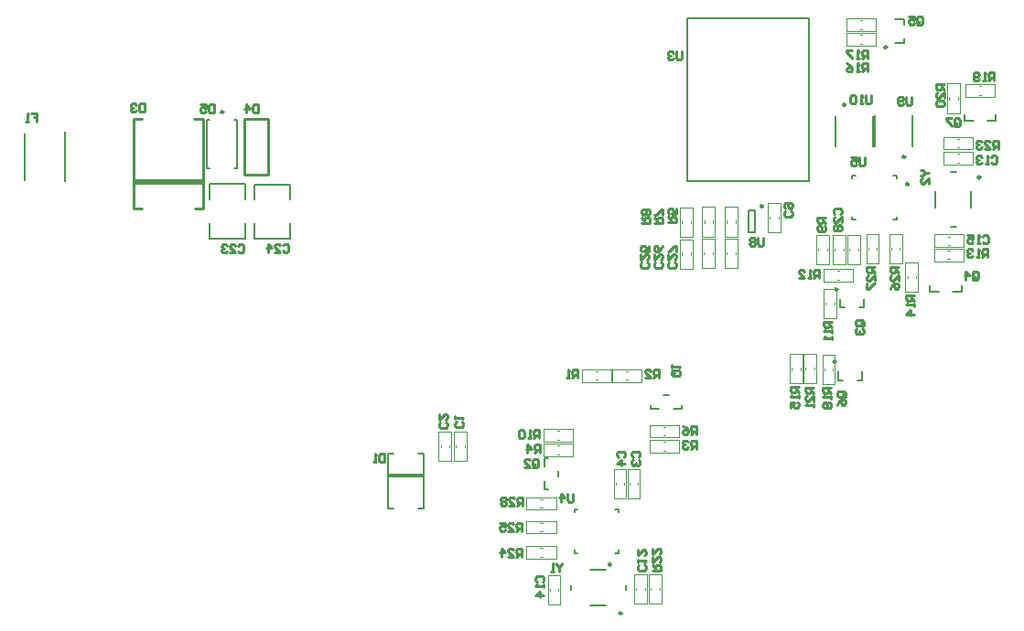
<source format=gbo>
G04*
G04 #@! TF.GenerationSoftware,Altium Limited,Altium Designer,20.2.6 (244)*
G04*
G04 Layer_Color=32896*
%FSLAX24Y24*%
%MOIN*%
G70*
G04*
G04 #@! TF.SameCoordinates,01985295-A94F-4E40-9557-9D24556334AB*
G04*
G04*
G04 #@! TF.FilePolarity,Positive*
G04*
G01*
G75*
%ADD10C,0.0050*%
%ADD11C,0.0079*%
%ADD12C,0.0098*%
%ADD15C,0.0040*%
%ADD16C,0.0100*%
%ADD163R,0.1310X0.0120*%
%ADD164R,0.2550X0.0240*%
D10*
X322Y15827D02*
Y17520D01*
X1759Y15776D02*
Y17571D01*
D11*
X22207Y879D02*
Y1056D01*
X20917Y318D02*
X21488D01*
X20199Y879D02*
Y1056D01*
X20917Y1617D02*
X21488D01*
X34051Y16124D02*
X34229D01*
X34790Y14835D02*
Y15405D01*
X34051Y14116D02*
X34229D01*
X33490Y14835D02*
Y15405D01*
X26666Y14714D02*
X26902D01*
X26666Y13926D02*
X26902D01*
Y14714D01*
X26666Y13926D02*
Y14714D01*
X28888Y15780D02*
Y21730D01*
X24438Y15780D02*
Y21730D01*
Y15780D02*
X28888D01*
X24438Y21730D02*
X28888D01*
X32336Y21496D02*
Y21673D01*
X32021D02*
X32336D01*
Y20807D02*
Y20984D01*
X32021Y20807D02*
X32336D01*
X34549Y17984D02*
Y18229D01*
X35375Y17984D02*
X35691D01*
X34549D02*
X34865D01*
X35691D02*
Y18229D01*
X31195Y17066D02*
Y18168D01*
X29857Y17066D02*
Y18168D01*
X31291Y17069D02*
Y18171D01*
X32629Y17069D02*
Y18171D01*
X32060Y15874D02*
Y15994D01*
Y14380D02*
Y14500D01*
X30446Y14380D02*
X30566D01*
X31940D02*
X32060D01*
X30446Y15874D02*
Y15994D01*
Y14380D02*
Y14500D01*
Y15994D02*
X30566D01*
X31940D02*
X32060D01*
X30696Y11174D02*
X30873D01*
Y11489D01*
X30007Y11174D02*
X30184D01*
X30007D02*
Y11489D01*
X33289Y11754D02*
Y11999D01*
X34115Y11754D02*
X34431D01*
X33289D02*
X33605D01*
X34431D02*
Y11999D01*
X30636Y8534D02*
X30813D01*
Y8849D01*
X29947Y8534D02*
X30124D01*
X29947D02*
Y8849D01*
X23559Y7991D02*
X23769D01*
X23093Y7480D02*
X23395D01*
X23093D02*
Y7607D01*
X24235Y7480D02*
Y7607D01*
X23933Y7480D02*
X24235D01*
X19748Y5009D02*
Y5219D01*
X19236Y5383D02*
Y5685D01*
X19363D01*
X19236Y4543D02*
X19363D01*
X19236D02*
Y4845D01*
X21942Y2220D02*
Y2340D01*
Y3714D02*
Y3834D01*
X20328D02*
X20448D01*
X21822D02*
X21942D01*
X20328Y2220D02*
Y2340D01*
Y3714D02*
Y3834D01*
Y2220D02*
X20448D01*
X21822D02*
X21942D01*
X13550Y5850D02*
X13730D01*
X13550Y3860D02*
Y5850D01*
Y3860D02*
X13740D01*
X14630D02*
X14840D01*
Y5850D01*
X14630D02*
X14840D01*
X8676Y15104D02*
Y15659D01*
X9984Y15104D02*
Y15659D01*
X8676D02*
X9984D01*
X8676Y13683D02*
X9984D01*
Y14238D01*
X8676Y13683D02*
Y14238D01*
X7036Y15122D02*
Y15677D01*
X8344Y15122D02*
Y15677D01*
X7036D02*
X8344D01*
X7036Y13701D02*
X8344D01*
Y14256D01*
X7036Y13701D02*
Y14256D01*
X7943Y16244D02*
X8051D01*
X7943Y18016D02*
X8051D01*
X6949Y16244D02*
X7057D01*
X6949Y18016D02*
X7057D01*
X8051Y16244D02*
Y18016D01*
X6949Y16244D02*
Y18016D01*
D12*
X22059Y33D02*
G03*
X22059Y33I-49J0D01*
G01*
X35124Y15927D02*
G03*
X35124Y15927I-49J0D01*
G01*
X27207Y14871D02*
G03*
X27207Y14871I-49J0D01*
G01*
X31716Y20669D02*
G03*
X31716Y20669I-49J0D01*
G01*
X30201Y18563D02*
G03*
X30201Y18563I-49J0D01*
G01*
X32383Y16674D02*
G03*
X32383Y16674I-49J0D01*
G01*
X32513Y15679D02*
G03*
X32513Y15679I-49J0D01*
G01*
X29918Y11844D02*
G03*
X29918Y11844I-49J0D01*
G01*
X29858Y9204D02*
G03*
X29858Y9204I-49J0D01*
G01*
X21677Y1816D02*
G03*
X21677Y1816I-49J0D01*
G01*
X7549Y18311D02*
G03*
X7549Y18311I-49J0D01*
G01*
X4270Y14803D02*
Y18053D01*
X6820Y14803D02*
Y18053D01*
X6510Y14803D02*
X6820D01*
X6490Y18053D02*
X6820D01*
X4270Y14803D02*
X4590D01*
X4270Y18053D02*
X4580D01*
D15*
X23570Y5970D02*
X23650D01*
X23570Y6290D02*
X23650D01*
X23070Y6360D02*
X24140D01*
X23070Y5900D02*
Y6360D01*
Y5900D02*
X24140D01*
Y6360D01*
X23570Y6510D02*
X23650D01*
X23570Y6830D02*
X23650D01*
X23070Y6900D02*
X24140D01*
X23070Y6440D02*
Y6900D01*
Y6440D02*
X24140D01*
Y6900D01*
X31800Y12790D02*
X32260D01*
X31800D02*
Y13860D01*
X32260D01*
Y12790D02*
Y13860D01*
X32190Y13280D02*
Y13360D01*
X31870Y13280D02*
Y13360D01*
X24570Y13100D02*
Y13180D01*
X24250Y13100D02*
Y13180D01*
X24180Y12600D02*
Y13670D01*
Y12600D02*
X24640D01*
Y13670D01*
X24180D02*
X24640D01*
X25375Y13120D02*
Y13200D01*
X25055Y13120D02*
Y13200D01*
X24985Y12620D02*
Y13690D01*
Y12620D02*
X25445D01*
Y13690D01*
X24985D02*
X25445D01*
X26195Y13120D02*
Y13200D01*
X25875Y13120D02*
Y13200D01*
X25805Y12620D02*
Y13690D01*
Y12620D02*
X26265D01*
Y13690D01*
X25805D02*
X26265D01*
X27760Y14420D02*
Y14500D01*
X27440Y14420D02*
Y14500D01*
X27370Y13920D02*
Y14990D01*
Y13920D02*
X27830D01*
Y14990D01*
X27370D02*
X27830D01*
X25815Y13770D02*
X26275D01*
X25815D02*
Y14840D01*
X26275D01*
Y13770D02*
Y14840D01*
X26205Y14260D02*
Y14340D01*
X25885Y14260D02*
Y14340D01*
X24990Y13770D02*
X25450D01*
X24990D02*
Y14840D01*
X25450D01*
Y13770D02*
Y14840D01*
X25380Y14260D02*
Y14340D01*
X25060Y14260D02*
Y14340D01*
X24170Y13750D02*
X24630D01*
X24170D02*
Y14820D01*
X24630D01*
Y13750D02*
Y14820D01*
X24560Y14240D02*
Y14320D01*
X24240Y14240D02*
Y14320D01*
X30245Y20730D02*
Y21190D01*
X31315D01*
Y20730D02*
Y21190D01*
X30245Y20730D02*
X31315D01*
X30735Y20800D02*
X30815D01*
X30735Y21120D02*
X30815D01*
X30240Y21250D02*
Y21710D01*
X31310D01*
Y21250D02*
Y21710D01*
X30240Y21250D02*
X31310D01*
X30730Y21320D02*
X30810D01*
X30730Y21640D02*
X30810D01*
X33440Y13380D02*
Y13840D01*
X34510D01*
Y13380D02*
Y13840D01*
X33440Y13380D02*
X34510D01*
X33930Y13450D02*
X34010D01*
X33930Y13770D02*
X34010D01*
X34840Y16390D02*
Y16850D01*
X33770Y16390D02*
X34840D01*
X33770D02*
Y16850D01*
X34840D01*
X34270Y16780D02*
X34350D01*
X34270Y16460D02*
X34350D01*
X34840Y16940D02*
Y17400D01*
X33770Y16940D02*
X34840D01*
X33770D02*
Y17400D01*
X34840D01*
X34270Y17330D02*
X34350D01*
X34270Y17010D02*
X34350D01*
X33920Y18270D02*
X34380D01*
X33920D02*
Y19340D01*
X34380D01*
Y18270D02*
Y19340D01*
X34310Y18760D02*
Y18840D01*
X33990Y18760D02*
Y18840D01*
X34570Y18850D02*
Y19310D01*
X35640D01*
Y18850D02*
Y19310D01*
X34570Y18850D02*
X35640D01*
X35060Y18920D02*
X35140D01*
X35060Y19240D02*
X35140D01*
X30270Y12760D02*
X30730D01*
X30270D02*
Y13830D01*
X30730D01*
Y12760D02*
Y13830D01*
X30660Y13250D02*
Y13330D01*
X30340Y13250D02*
Y13330D01*
X30960Y12790D02*
X31420D01*
X30960D02*
Y13860D01*
X31420D01*
Y12790D02*
Y13860D01*
X31350Y13280D02*
Y13360D01*
X31030Y13280D02*
Y13360D01*
X30480Y12120D02*
Y12580D01*
X29410Y12120D02*
X30480D01*
X29410D02*
Y12580D01*
X30480D01*
X29910Y12510D02*
X29990D01*
X29910Y12190D02*
X29990D01*
X29820Y13250D02*
Y13330D01*
X30140Y13250D02*
Y13330D01*
X30210Y12760D02*
Y13830D01*
X29750D02*
X30210D01*
X29750Y12760D02*
Y13830D01*
Y12760D02*
X30210D01*
X29150D02*
X29610D01*
X29150D02*
Y13830D01*
X29610D01*
Y12760D02*
Y13830D01*
X29540Y13250D02*
Y13330D01*
X29220Y13250D02*
Y13330D01*
X33430Y12870D02*
Y13330D01*
X34500D01*
Y12870D02*
Y13330D01*
X33430Y12870D02*
X34500D01*
X33920Y12940D02*
X34000D01*
X33920Y13260D02*
X34000D01*
X32390Y11760D02*
X32850D01*
X32390D02*
Y12830D01*
X32850D01*
Y11760D02*
Y12830D01*
X32780Y12250D02*
Y12330D01*
X32460Y12250D02*
Y12330D01*
X29410Y10800D02*
X29870D01*
X29410D02*
Y11870D01*
X29870D01*
Y10800D02*
Y11870D01*
X29800Y11290D02*
Y11370D01*
X29480Y11290D02*
Y11370D01*
X29360Y8390D02*
X29820D01*
X29360D02*
Y9460D01*
X29820D01*
Y8390D02*
Y9460D01*
X29750Y8880D02*
Y8960D01*
X29430Y8880D02*
Y8960D01*
X28670Y8420D02*
X29130D01*
X28670D02*
Y9490D01*
X29130D01*
Y8420D02*
Y9490D01*
X29060Y8910D02*
Y8990D01*
X28740Y8910D02*
Y8990D01*
X28170Y8410D02*
X28630D01*
X28170D02*
Y9480D01*
X28630D01*
Y8410D02*
Y9480D01*
X28560Y8900D02*
Y8980D01*
X28240Y8900D02*
Y8980D01*
X22770Y8470D02*
Y8930D01*
X21700Y8470D02*
X22770D01*
X21700D02*
Y8930D01*
X22770D01*
X22200Y8860D02*
X22280D01*
X22200Y8540D02*
X22280D01*
X20610Y8470D02*
Y8930D01*
X21680D01*
Y8470D02*
Y8930D01*
X20610Y8470D02*
X21680D01*
X21100Y8540D02*
X21180D01*
X21100Y8860D02*
X21180D01*
X19210Y6290D02*
Y6750D01*
X20280D01*
Y6290D02*
Y6750D01*
X19210Y6290D02*
X20280D01*
X19700Y6360D02*
X19780D01*
X19700Y6680D02*
X19780D01*
X19210Y5750D02*
Y6210D01*
X20280D01*
Y5750D02*
Y6210D01*
X19210Y5750D02*
X20280D01*
X19700Y5820D02*
X19780D01*
X19700Y6140D02*
X19780D01*
X21830Y4720D02*
Y4800D01*
X22150Y4720D02*
Y4800D01*
X22220Y4230D02*
Y5300D01*
X21760D02*
X22220D01*
X21760Y4230D02*
Y5300D01*
Y4230D02*
X22220D01*
X22650Y4720D02*
Y4800D01*
X22330Y4720D02*
Y4800D01*
X22260Y4220D02*
Y5290D01*
Y4220D02*
X22720D01*
Y5290D01*
X22260D02*
X22720D01*
X18590Y3810D02*
Y4270D01*
X19660D01*
Y3810D02*
Y4270D01*
X18590Y3810D02*
X19660D01*
X19080Y3880D02*
X19160D01*
X19080Y4200D02*
X19160D01*
X18590Y2940D02*
Y3400D01*
X19660D01*
Y2940D02*
Y3400D01*
X18590Y2940D02*
X19660D01*
X19080Y3010D02*
X19160D01*
X19080Y3330D02*
X19160D01*
X18590Y2020D02*
Y2480D01*
X19660D01*
Y2020D02*
Y2480D01*
X18590Y2020D02*
X19660D01*
X19080Y2090D02*
X19160D01*
X19080Y2410D02*
X19160D01*
X22900Y890D02*
Y970D01*
X22580Y890D02*
Y970D01*
X22510Y390D02*
Y1460D01*
Y390D02*
X22970D01*
Y1460D01*
X22510D02*
X22970D01*
X23040Y400D02*
X23500D01*
X23040D02*
Y1470D01*
X23500D01*
Y400D02*
Y1470D01*
X23430Y890D02*
Y970D01*
X23110Y890D02*
Y970D01*
X19750Y840D02*
Y920D01*
X19430Y840D02*
Y920D01*
X19360Y340D02*
Y1410D01*
Y340D02*
X19820D01*
Y1410D01*
X19360D02*
X19820D01*
X16010Y6080D02*
Y6160D01*
X16330Y6080D02*
Y6160D01*
X16400Y5590D02*
Y6660D01*
X15940D02*
X16400D01*
X15940Y5590D02*
Y6660D01*
Y5590D02*
X16400D01*
X15780Y6090D02*
Y6170D01*
X15460Y6090D02*
Y6170D01*
X15390Y5590D02*
Y6660D01*
Y5590D02*
X15850D01*
Y6660D01*
X15390D02*
X15850D01*
D16*
X9170Y16701D02*
Y18051D01*
X8300Y16031D02*
X9170D01*
X8300D02*
Y18051D01*
X9170Y16031D02*
Y16701D01*
X8320Y18051D02*
X9170D01*
X32950Y16190D02*
X33000D01*
X33100Y16090D01*
X33000Y15990D01*
X32950D01*
X33100Y16090D02*
X33250D01*
Y15690D02*
Y15890D01*
X33050Y15690D01*
X33000D01*
X32950Y15740D01*
Y15840D01*
X33000Y15890D01*
X19880Y1860D02*
Y1810D01*
X19780Y1710D01*
X19680Y1810D01*
Y1860D01*
X19780Y1710D02*
Y1560D01*
X19580D02*
X19480D01*
X19530D01*
Y1860D01*
X19580Y1810D01*
X31135Y18920D02*
Y18670D01*
X31085Y18620D01*
X30985D01*
X30935Y18670D01*
Y18920D01*
X30835Y18620D02*
X30735D01*
X30785D01*
Y18920D01*
X30835Y18870D01*
X30585D02*
X30535Y18920D01*
X30435D01*
X30385Y18870D01*
Y18670D01*
X30435Y18620D01*
X30535D01*
X30585Y18670D01*
Y18870D01*
X32610Y18860D02*
Y18610D01*
X32560Y18560D01*
X32460D01*
X32410Y18610D01*
Y18860D01*
X32310Y18610D02*
X32260Y18560D01*
X32160D01*
X32110Y18610D01*
Y18810D01*
X32160Y18860D01*
X32260D01*
X32310Y18810D01*
Y18760D01*
X32260Y18710D01*
X32110D01*
X27220Y13730D02*
Y13480D01*
X27170Y13430D01*
X27070D01*
X27020Y13480D01*
Y13730D01*
X26920Y13680D02*
X26870Y13730D01*
X26770D01*
X26720Y13680D01*
Y13630D01*
X26770Y13580D01*
X26720Y13530D01*
Y13480D01*
X26770Y13430D01*
X26870D01*
X26920Y13480D01*
Y13530D01*
X26870Y13580D01*
X26920Y13630D01*
Y13680D01*
X26870Y13580D02*
X26770D01*
X29820Y14580D02*
X29770Y14630D01*
Y14730D01*
X29820Y14780D01*
X30020D01*
X30070Y14730D01*
Y14630D01*
X30020Y14580D01*
X30070Y14280D02*
Y14480D01*
X29870Y14280D01*
X29820D01*
X29770Y14330D01*
Y14430D01*
X29820Y14480D01*
Y14180D02*
X29770Y14130D01*
Y14030D01*
X29820Y13980D01*
X29870D01*
X29920Y14030D01*
X29970Y13980D01*
X30020D01*
X30070Y14030D01*
Y14130D01*
X30020Y14180D01*
X29970D01*
X29920Y14130D01*
X29870Y14180D01*
X29820D01*
X29920Y14130D02*
Y14030D01*
X23980Y12830D02*
X24030Y12780D01*
Y12680D01*
X23980Y12630D01*
X23780D01*
X23730Y12680D01*
Y12780D01*
X23780Y12830D01*
X23730Y13130D02*
Y12930D01*
X23930Y13130D01*
X23980D01*
X24030Y13080D01*
Y12980D01*
X23980Y12930D01*
X24030Y13230D02*
Y13430D01*
X23980D01*
X23780Y13230D01*
X23730D01*
X23490Y12830D02*
X23540Y12780D01*
Y12680D01*
X23490Y12630D01*
X23290D01*
X23240Y12680D01*
Y12780D01*
X23290Y12830D01*
X23240Y13130D02*
Y12930D01*
X23440Y13130D01*
X23490D01*
X23540Y13080D01*
Y12980D01*
X23490Y12930D01*
X23540Y13430D02*
X23490Y13330D01*
X23390Y13230D01*
X23290D01*
X23240Y13280D01*
Y13380D01*
X23290Y13430D01*
X23340D01*
X23390Y13380D01*
Y13230D01*
X22990Y12830D02*
X23040Y12780D01*
Y12680D01*
X22990Y12630D01*
X22790D01*
X22740Y12680D01*
Y12780D01*
X22790Y12830D01*
X22740Y13130D02*
Y12930D01*
X22940Y13130D01*
X22990D01*
X23040Y13080D01*
Y12980D01*
X22990Y12930D01*
X23040Y13430D02*
Y13230D01*
X22890D01*
X22940Y13330D01*
Y13380D01*
X22890Y13430D01*
X22790D01*
X22740Y13380D01*
Y13280D01*
X22790Y13230D01*
X550Y18260D02*
X750D01*
Y18110D01*
X650D01*
X750D01*
Y17960D01*
X450D02*
X350D01*
X400D01*
Y18260D01*
X450Y18210D01*
X7200Y18580D02*
Y18280D01*
X7050D01*
X7000Y18330D01*
Y18530D01*
X7050Y18580D01*
X7200D01*
X6700D02*
X6900D01*
Y18430D01*
X6800Y18480D01*
X6750D01*
X6700Y18430D01*
Y18330D01*
X6750Y18280D01*
X6850D01*
X6900Y18330D01*
X8820Y18580D02*
Y18280D01*
X8670D01*
X8620Y18330D01*
Y18530D01*
X8670Y18580D01*
X8820D01*
X8370Y18280D02*
Y18580D01*
X8520Y18430D01*
X8320D01*
X4670Y18620D02*
Y18320D01*
X4520D01*
X4470Y18370D01*
Y18570D01*
X4520Y18620D01*
X4670D01*
X4370Y18570D02*
X4320Y18620D01*
X4220D01*
X4170Y18570D01*
Y18520D01*
X4220Y18470D01*
X4270D01*
X4220D01*
X4170Y18420D01*
Y18370D01*
X4220Y18320D01*
X4320D01*
X4370Y18370D01*
X9720Y13440D02*
X9770Y13490D01*
X9870D01*
X9920Y13440D01*
Y13240D01*
X9870Y13190D01*
X9770D01*
X9720Y13240D01*
X9420Y13190D02*
X9620D01*
X9420Y13390D01*
Y13440D01*
X9470Y13490D01*
X9570D01*
X9620Y13440D01*
X9170Y13190D02*
Y13490D01*
X9320Y13340D01*
X9120D01*
X8090Y13430D02*
X8140Y13480D01*
X8240D01*
X8290Y13430D01*
Y13230D01*
X8240Y13180D01*
X8140D01*
X8090Y13230D01*
X7790Y13180D02*
X7990D01*
X7790Y13380D01*
Y13430D01*
X7840Y13480D01*
X7940D01*
X7990Y13430D01*
X7690D02*
X7640Y13480D01*
X7540D01*
X7490Y13430D01*
Y13380D01*
X7540Y13330D01*
X7590D01*
X7540D01*
X7490Y13280D01*
Y13230D01*
X7540Y13180D01*
X7640D01*
X7690Y13230D01*
X30900Y16640D02*
Y16390D01*
X30850Y16340D01*
X30750D01*
X30700Y16390D01*
Y16640D01*
X30400D02*
X30600D01*
Y16490D01*
X30500Y16540D01*
X30450D01*
X30400Y16490D01*
Y16390D01*
X30450Y16340D01*
X30550D01*
X30600Y16390D01*
X20280Y4390D02*
Y4140D01*
X20230Y4090D01*
X20130D01*
X20080Y4140D01*
Y4390D01*
X19830Y4090D02*
Y4390D01*
X19980Y4240D01*
X19780D01*
X24240Y20520D02*
Y20270D01*
X24190Y20220D01*
X24090D01*
X24040Y20270D01*
Y20520D01*
X23940Y20470D02*
X23890Y20520D01*
X23790D01*
X23740Y20470D01*
Y20420D01*
X23790Y20370D01*
X23840D01*
X23790D01*
X23740Y20320D01*
Y20270D01*
X23790Y20220D01*
X23890D01*
X23940Y20270D01*
X18450Y3960D02*
Y4260D01*
X18300D01*
X18250Y4210D01*
Y4110D01*
X18300Y4060D01*
X18450D01*
X18350D02*
X18250Y3960D01*
X17950D02*
X18150D01*
X17950Y4160D01*
Y4210D01*
X18000Y4260D01*
X18100D01*
X18150Y4210D01*
X17850D02*
X17800Y4260D01*
X17700D01*
X17650Y4210D01*
Y4160D01*
X17700Y4110D01*
X17650Y4060D01*
Y4010D01*
X17700Y3960D01*
X17800D01*
X17850Y4010D01*
Y4060D01*
X17800Y4110D01*
X17850Y4160D01*
Y4210D01*
X17800Y4110D02*
X17700D01*
X31280Y12650D02*
X30980D01*
Y12500D01*
X31030Y12450D01*
X31130D01*
X31180Y12500D01*
Y12650D01*
Y12550D02*
X31280Y12450D01*
Y12150D02*
Y12350D01*
X31080Y12150D01*
X31030D01*
X30980Y12200D01*
Y12300D01*
X31030Y12350D01*
X30980Y12050D02*
Y11850D01*
X31030D01*
X31230Y12050D01*
X31280D01*
X32130Y12670D02*
X31830D01*
Y12520D01*
X31880Y12470D01*
X31980D01*
X32030Y12520D01*
Y12670D01*
Y12570D02*
X32130Y12470D01*
Y12170D02*
Y12370D01*
X31930Y12170D01*
X31880D01*
X31830Y12220D01*
Y12320D01*
X31880Y12370D01*
X31830Y11870D02*
X31880Y11970D01*
X31980Y12070D01*
X32080D01*
X32130Y12020D01*
Y11920D01*
X32080Y11870D01*
X32030D01*
X31980Y11920D01*
Y12070D01*
X18410Y3030D02*
Y3330D01*
X18260D01*
X18210Y3280D01*
Y3180D01*
X18260Y3130D01*
X18410D01*
X18310D02*
X18210Y3030D01*
X17910D02*
X18110D01*
X17910Y3230D01*
Y3280D01*
X17960Y3330D01*
X18060D01*
X18110Y3280D01*
X17610Y3330D02*
X17810D01*
Y3180D01*
X17710Y3230D01*
X17660D01*
X17610Y3180D01*
Y3080D01*
X17660Y3030D01*
X17760D01*
X17810Y3080D01*
X18420Y2090D02*
Y2390D01*
X18270D01*
X18220Y2340D01*
Y2240D01*
X18270Y2190D01*
X18420D01*
X18320D02*
X18220Y2090D01*
X17920D02*
X18120D01*
X17920Y2290D01*
Y2340D01*
X17970Y2390D01*
X18070D01*
X18120Y2340D01*
X17670Y2090D02*
Y2390D01*
X17820Y2240D01*
X17620D01*
X35770Y16960D02*
Y17260D01*
X35620D01*
X35570Y17210D01*
Y17110D01*
X35620Y17060D01*
X35770D01*
X35670D02*
X35570Y16960D01*
X35270D02*
X35470D01*
X35270Y17160D01*
Y17210D01*
X35320Y17260D01*
X35420D01*
X35470Y17210D01*
X35170D02*
X35120Y17260D01*
X35020D01*
X34970Y17210D01*
Y17160D01*
X35020Y17110D01*
X35070D01*
X35020D01*
X34970Y17060D01*
Y17010D01*
X35020Y16960D01*
X35120D01*
X35170Y17010D01*
X23180Y1590D02*
X23480D01*
Y1740D01*
X23430Y1790D01*
X23330D01*
X23280Y1740D01*
Y1590D01*
Y1690D02*
X23180Y1790D01*
Y2090D02*
Y1890D01*
X23380Y2090D01*
X23430D01*
X23480Y2040D01*
Y1940D01*
X23430Y1890D01*
X23180Y2390D02*
Y2190D01*
X23380Y2390D01*
X23430D01*
X23480Y2340D01*
Y2240D01*
X23430Y2190D01*
X29050Y8270D02*
X28750D01*
Y8120D01*
X28800Y8070D01*
X28900D01*
X28950Y8120D01*
Y8270D01*
Y8170D02*
X29050Y8070D01*
Y7770D02*
Y7970D01*
X28850Y7770D01*
X28800D01*
X28750Y7820D01*
Y7920D01*
X28800Y7970D01*
X29050Y7670D02*
Y7570D01*
Y7620D01*
X28750D01*
X28800Y7670D01*
X33800Y19310D02*
X33500D01*
Y19160D01*
X33550Y19110D01*
X33650D01*
X33700Y19160D01*
Y19310D01*
Y19210D02*
X33800Y19110D01*
Y18810D02*
Y19010D01*
X33600Y18810D01*
X33550D01*
X33500Y18860D01*
Y18960D01*
X33550Y19010D01*
Y18710D02*
X33500Y18660D01*
Y18560D01*
X33550Y18510D01*
X33750D01*
X33800Y18560D01*
Y18660D01*
X33750Y18710D01*
X33550D01*
X35615Y19440D02*
Y19740D01*
X35465D01*
X35415Y19690D01*
Y19590D01*
X35465Y19540D01*
X35615D01*
X35515D02*
X35415Y19440D01*
X35315D02*
X35215D01*
X35265D01*
Y19740D01*
X35315Y19690D01*
X35065Y19490D02*
X35015Y19440D01*
X34915D01*
X34865Y19490D01*
Y19690D01*
X34915Y19740D01*
X35015D01*
X35065Y19690D01*
Y19640D01*
X35015Y19590D01*
X34865D01*
X29680Y8255D02*
X29380D01*
Y8105D01*
X29430Y8055D01*
X29530D01*
X29580Y8105D01*
Y8255D01*
Y8155D02*
X29680Y8055D01*
Y7955D02*
Y7855D01*
Y7905D01*
X29380D01*
X29430Y7955D01*
Y7705D02*
X29380Y7655D01*
Y7555D01*
X29430Y7505D01*
X29480D01*
X29530Y7555D01*
X29580Y7505D01*
X29630D01*
X29680Y7555D01*
Y7655D01*
X29630Y7705D01*
X29580D01*
X29530Y7655D01*
X29480Y7705D01*
X29430D01*
X29530Y7655D02*
Y7555D01*
X30995Y20250D02*
Y20550D01*
X30845D01*
X30795Y20500D01*
Y20400D01*
X30845Y20350D01*
X30995D01*
X30895D02*
X30795Y20250D01*
X30695D02*
X30595D01*
X30645D01*
Y20550D01*
X30695Y20500D01*
X30445Y20550D02*
X30245D01*
Y20500D01*
X30445Y20300D01*
Y20250D01*
X30995Y19780D02*
Y20080D01*
X30845D01*
X30795Y20030D01*
Y19930D01*
X30845Y19880D01*
X30995D01*
X30895D02*
X30795Y19780D01*
X30695D02*
X30595D01*
X30645D01*
Y20080D01*
X30695Y20030D01*
X30245Y20080D02*
X30345Y20030D01*
X30445Y19930D01*
Y19830D01*
X30395Y19780D01*
X30295D01*
X30245Y19830D01*
Y19880D01*
X30295Y19930D01*
X30445D01*
X28500Y8285D02*
X28200D01*
Y8135D01*
X28250Y8085D01*
X28350D01*
X28400Y8135D01*
Y8285D01*
Y8185D02*
X28500Y8085D01*
Y7985D02*
Y7885D01*
Y7935D01*
X28200D01*
X28250Y7985D01*
X28200Y7535D02*
Y7735D01*
X28350D01*
X28300Y7635D01*
Y7585D01*
X28350Y7535D01*
X28450D01*
X28500Y7585D01*
Y7685D01*
X28450Y7735D01*
X32710Y11635D02*
X32410D01*
Y11485D01*
X32460Y11435D01*
X32560D01*
X32610Y11485D01*
Y11635D01*
Y11535D02*
X32710Y11435D01*
Y11335D02*
Y11235D01*
Y11285D01*
X32410D01*
X32460Y11335D01*
X32710Y10935D02*
X32410D01*
X32560Y11085D01*
Y10885D01*
X35385Y13010D02*
Y13310D01*
X35235D01*
X35185Y13260D01*
Y13160D01*
X35235Y13110D01*
X35385D01*
X35285D02*
X35185Y13010D01*
X35085D02*
X34985D01*
X35035D01*
Y13310D01*
X35085Y13260D01*
X34835D02*
X34785Y13310D01*
X34685D01*
X34635Y13260D01*
Y13210D01*
X34685Y13160D01*
X34735D01*
X34685D01*
X34635Y13110D01*
Y13060D01*
X34685Y13010D01*
X34785D01*
X34835Y13060D01*
X29255Y12240D02*
Y12540D01*
X29105D01*
X29055Y12490D01*
Y12390D01*
X29105Y12340D01*
X29255D01*
X29155D02*
X29055Y12240D01*
X28955D02*
X28855D01*
X28905D01*
Y12540D01*
X28955Y12490D01*
X28505Y12240D02*
X28705D01*
X28505Y12440D01*
Y12490D01*
X28555Y12540D01*
X28655D01*
X28705Y12490D01*
X29720Y10665D02*
X29420D01*
Y10515D01*
X29470Y10465D01*
X29570D01*
X29620Y10515D01*
Y10665D01*
Y10565D02*
X29720Y10465D01*
Y10365D02*
Y10265D01*
Y10315D01*
X29420D01*
X29470Y10365D01*
X29720Y10115D02*
Y10015D01*
Y10065D01*
X29420D01*
X29470Y10115D01*
X19055Y6410D02*
Y6710D01*
X18905D01*
X18855Y6660D01*
Y6560D01*
X18905Y6510D01*
X19055D01*
X18955D02*
X18855Y6410D01*
X18755D02*
X18655D01*
X18705D01*
Y6710D01*
X18755Y6660D01*
X18505D02*
X18455Y6710D01*
X18355D01*
X18305Y6660D01*
Y6460D01*
X18355Y6410D01*
X18455D01*
X18505Y6460D01*
Y6660D01*
X29480Y14470D02*
X29180D01*
Y14320D01*
X29230Y14270D01*
X29330D01*
X29380Y14320D01*
Y14470D01*
Y14370D02*
X29480Y14270D01*
X29430Y14170D02*
X29480Y14120D01*
Y14020D01*
X29430Y13970D01*
X29230D01*
X29180Y14020D01*
Y14120D01*
X29230Y14170D01*
X29280D01*
X29330Y14120D01*
Y13970D01*
X22780Y14270D02*
X23080D01*
Y14420D01*
X23030Y14470D01*
X22930D01*
X22880Y14420D01*
Y14270D01*
Y14370D02*
X22780Y14470D01*
X23030Y14570D02*
X23080Y14620D01*
Y14720D01*
X23030Y14770D01*
X22980D01*
X22930Y14720D01*
X22880Y14770D01*
X22830D01*
X22780Y14720D01*
Y14620D01*
X22830Y14570D01*
X22880D01*
X22930Y14620D01*
X22980Y14570D01*
X23030D01*
X22930Y14620D02*
Y14720D01*
X23250Y14270D02*
X23550D01*
Y14420D01*
X23500Y14470D01*
X23400D01*
X23350Y14420D01*
Y14270D01*
Y14370D02*
X23250Y14470D01*
X23550Y14570D02*
Y14770D01*
X23500D01*
X23300Y14570D01*
X23250D01*
X24770Y6560D02*
Y6860D01*
X24620D01*
X24570Y6810D01*
Y6710D01*
X24620Y6660D01*
X24770D01*
X24670D02*
X24570Y6560D01*
X24270Y6860D02*
X24370Y6810D01*
X24470Y6710D01*
Y6610D01*
X24420Y6560D01*
X24320D01*
X24270Y6610D01*
Y6660D01*
X24320Y6710D01*
X24470D01*
X23730Y14280D02*
X24030D01*
Y14430D01*
X23980Y14480D01*
X23880D01*
X23830Y14430D01*
Y14280D01*
Y14380D02*
X23730Y14480D01*
X24030Y14780D02*
Y14580D01*
X23880D01*
X23930Y14680D01*
Y14730D01*
X23880Y14780D01*
X23780D01*
X23730Y14730D01*
Y14630D01*
X23780Y14580D01*
X19060Y5880D02*
Y6180D01*
X18910D01*
X18860Y6130D01*
Y6030D01*
X18910Y5980D01*
X19060D01*
X18960D02*
X18860Y5880D01*
X18610D02*
Y6180D01*
X18760Y6030D01*
X18560D01*
X24770Y6030D02*
Y6330D01*
X24620D01*
X24570Y6280D01*
Y6180D01*
X24620Y6130D01*
X24770D01*
X24670D02*
X24570Y6030D01*
X24470Y6280D02*
X24420Y6330D01*
X24320D01*
X24270Y6280D01*
Y6230D01*
X24320Y6180D01*
X24370D01*
X24320D01*
X24270Y6130D01*
Y6080D01*
X24320Y6030D01*
X24420D01*
X24470Y6080D01*
X23405Y8610D02*
Y8910D01*
X23255D01*
X23205Y8860D01*
Y8760D01*
X23255Y8710D01*
X23405D01*
X23305D02*
X23205Y8610D01*
X22905D02*
X23105D01*
X22905Y8810D01*
Y8860D01*
X22955Y8910D01*
X23055D01*
X23105Y8860D01*
X20450Y8610D02*
Y8910D01*
X20300D01*
X20250Y8860D01*
Y8760D01*
X20300Y8710D01*
X20450D01*
X20350D02*
X20250Y8610D01*
X20150D02*
X20050D01*
X20100D01*
Y8910D01*
X20150Y8860D01*
X34170Y17830D02*
Y18030D01*
X34220Y18080D01*
X34320D01*
X34370Y18030D01*
Y17830D01*
X34320Y17780D01*
X34220D01*
X34270Y17880D02*
X34170Y17780D01*
X34220D02*
X34170Y17830D01*
X34070Y18080D02*
X33870D01*
Y18030D01*
X34070Y17830D01*
Y17780D01*
X30150Y7930D02*
X29950D01*
X29900Y7980D01*
Y8080D01*
X29950Y8130D01*
X30150D01*
X30200Y8080D01*
Y7980D01*
X30100Y8030D02*
X30200Y7930D01*
Y7980D02*
X30150Y7930D01*
X29900Y7630D02*
X29950Y7730D01*
X30050Y7830D01*
X30150D01*
X30200Y7780D01*
Y7680D01*
X30150Y7630D01*
X30100D01*
X30050Y7680D01*
Y7830D01*
X32810Y21540D02*
Y21740D01*
X32860Y21790D01*
X32960D01*
X33010Y21740D01*
Y21540D01*
X32960Y21490D01*
X32860D01*
X32910Y21590D02*
X32810Y21490D01*
X32860D02*
X32810Y21540D01*
X32510Y21790D02*
X32710D01*
Y21640D01*
X32610Y21690D01*
X32560D01*
X32510Y21640D01*
Y21540D01*
X32560Y21490D01*
X32660D01*
X32710Y21540D01*
X34830Y12240D02*
Y12440D01*
X34880Y12490D01*
X34980D01*
X35030Y12440D01*
Y12240D01*
X34980Y12190D01*
X34880D01*
X34930Y12290D02*
X34830Y12190D01*
X34880D02*
X34830Y12240D01*
X34580Y12190D02*
Y12490D01*
X34730Y12340D01*
X34530D01*
X30810Y10510D02*
X30610D01*
X30560Y10560D01*
Y10660D01*
X30610Y10710D01*
X30810D01*
X30860Y10660D01*
Y10560D01*
X30760Y10610D02*
X30860Y10510D01*
Y10560D02*
X30810Y10510D01*
X30610Y10410D02*
X30560Y10360D01*
Y10260D01*
X30610Y10210D01*
X30660D01*
X30710Y10260D01*
Y10310D01*
Y10260D01*
X30760Y10210D01*
X30810D01*
X30860Y10260D01*
Y10360D01*
X30810Y10410D01*
X18810Y5420D02*
Y5620D01*
X18860Y5670D01*
X18960D01*
X19010Y5620D01*
Y5420D01*
X18960Y5370D01*
X18860D01*
X18910Y5470D02*
X18810Y5370D01*
X18860D02*
X18810Y5420D01*
X18510Y5370D02*
X18710D01*
X18510Y5570D01*
Y5620D01*
X18560Y5670D01*
X18660D01*
X18710Y5620D01*
X23940Y8884D02*
X24140D01*
X24190Y8834D01*
Y8734D01*
X24140Y8684D01*
X23940D01*
X23890Y8734D01*
Y8834D01*
X23990Y8784D02*
X23890Y8884D01*
Y8834D02*
X23940Y8884D01*
X23890Y8984D02*
Y9084D01*
Y9034D01*
X24190D01*
X24140Y8984D01*
X13410Y5840D02*
Y5540D01*
X13260D01*
X13210Y5590D01*
Y5790D01*
X13260Y5840D01*
X13410D01*
X13110Y5540D02*
X13010D01*
X13060D01*
Y5840D01*
X13110Y5790D01*
X35195Y13760D02*
X35245Y13810D01*
X35345D01*
X35395Y13760D01*
Y13560D01*
X35345Y13510D01*
X35245D01*
X35195Y13560D01*
X35095Y13510D02*
X34995D01*
X35045D01*
Y13810D01*
X35095Y13760D01*
X34645Y13810D02*
X34845D01*
Y13660D01*
X34745Y13710D01*
X34695D01*
X34645Y13660D01*
Y13560D01*
X34695Y13510D01*
X34795D01*
X34845Y13560D01*
X18960Y1185D02*
X18910Y1235D01*
Y1335D01*
X18960Y1385D01*
X19160D01*
X19210Y1335D01*
Y1235D01*
X19160Y1185D01*
X19210Y1085D02*
Y985D01*
Y1035D01*
X18910D01*
X18960Y1085D01*
X19210Y685D02*
X18910D01*
X19060Y835D01*
Y635D01*
X35515Y16660D02*
X35565Y16710D01*
X35665D01*
X35715Y16660D01*
Y16460D01*
X35665Y16410D01*
X35565D01*
X35515Y16460D01*
X35415Y16410D02*
X35315D01*
X35365D01*
Y16710D01*
X35415Y16660D01*
X35165D02*
X35115Y16710D01*
X35015D01*
X34965Y16660D01*
Y16610D01*
X35015Y16560D01*
X35065D01*
X35015D01*
X34965Y16510D01*
Y16460D01*
X35015Y16410D01*
X35115D01*
X35165Y16460D01*
X22890Y1795D02*
X22940Y1745D01*
Y1645D01*
X22890Y1595D01*
X22690D01*
X22640Y1645D01*
Y1745D01*
X22690Y1795D01*
X22640Y1895D02*
Y1995D01*
Y1945D01*
X22940D01*
X22890Y1895D01*
X22640Y2345D02*
Y2145D01*
X22840Y2345D01*
X22890D01*
X22940Y2295D01*
Y2195D01*
X22890Y2145D01*
X28220Y14690D02*
X28270Y14640D01*
Y14540D01*
X28220Y14490D01*
X28020D01*
X27970Y14540D01*
Y14640D01*
X28020Y14690D01*
Y14790D02*
X27970Y14840D01*
Y14940D01*
X28020Y14990D01*
X28220D01*
X28270Y14940D01*
Y14840D01*
X28220Y14790D01*
X28170D01*
X28120Y14840D01*
Y14990D01*
X21940Y5730D02*
X21890Y5780D01*
Y5880D01*
X21940Y5930D01*
X22140D01*
X22190Y5880D01*
Y5780D01*
X22140Y5730D01*
X22190Y5480D02*
X21890D01*
X22040Y5630D01*
Y5430D01*
X22460Y5730D02*
X22410Y5780D01*
Y5880D01*
X22460Y5930D01*
X22660D01*
X22710Y5880D01*
Y5780D01*
X22660Y5730D01*
X22460Y5630D02*
X22410Y5580D01*
Y5480D01*
X22460Y5430D01*
X22510D01*
X22560Y5480D01*
Y5530D01*
Y5480D01*
X22610Y5430D01*
X22660D01*
X22710Y5480D01*
Y5580D01*
X22660Y5630D01*
X15650Y7000D02*
X15700Y6950D01*
Y6850D01*
X15650Y6800D01*
X15450D01*
X15400Y6850D01*
Y6950D01*
X15450Y7000D01*
X15400Y7300D02*
Y7100D01*
X15600Y7300D01*
X15650D01*
X15700Y7250D01*
Y7150D01*
X15650Y7100D01*
X16240Y7010D02*
X16290Y6960D01*
Y6860D01*
X16240Y6810D01*
X16040D01*
X15990Y6860D01*
Y6960D01*
X16040Y7010D01*
X15990Y7110D02*
Y7210D01*
Y7160D01*
X16290D01*
X16240Y7110D01*
D163*
X14205Y5050D02*
D03*
D164*
X5545Y15738D02*
D03*
M02*

</source>
